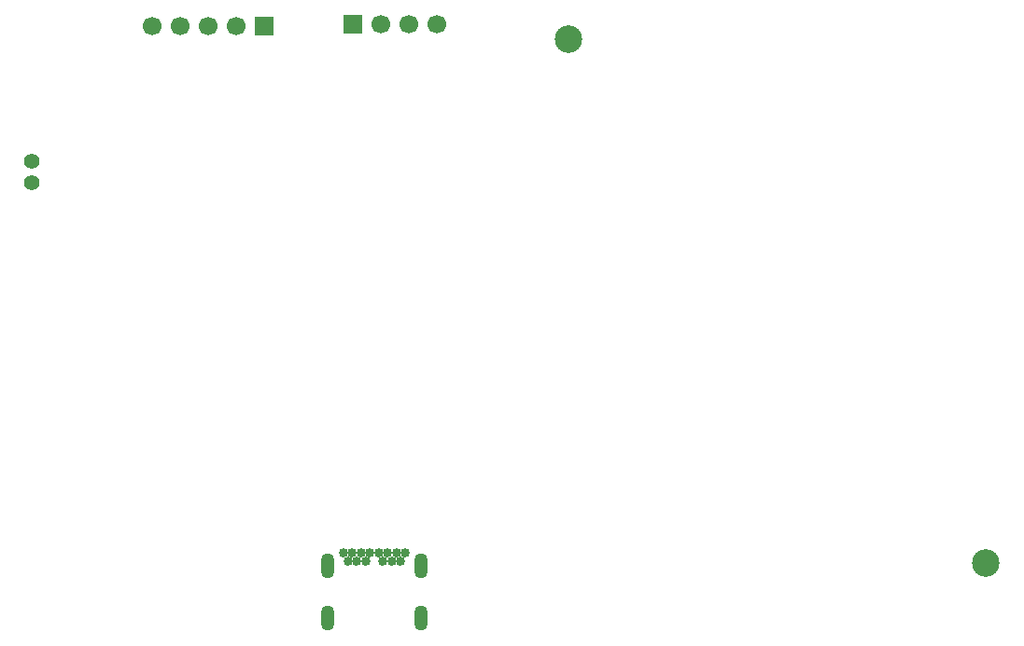
<source format=gbs>
%TF.GenerationSoftware,KiCad,Pcbnew,9.0.2*%
%TF.CreationDate,2025-07-21T02:07:20+05:30*%
%TF.ProjectId,2,322e6b69-6361-4645-9f70-636258585858,rev?*%
%TF.SameCoordinates,Original*%
%TF.FileFunction,Soldermask,Bot*%
%TF.FilePolarity,Negative*%
%FSLAX46Y46*%
G04 Gerber Fmt 4.6, Leading zero omitted, Abs format (unit mm)*
G04 Created by KiCad (PCBNEW 9.0.2) date 2025-07-21 02:07:20*
%MOMM*%
%LPD*%
G01*
G04 APERTURE LIST*
%ADD10C,2.500000*%
%ADD11C,0.854000*%
%ADD12O,1.254000X2.304000*%
%ADD13C,1.700000*%
%ADD14R,1.700000X1.700000*%
%ADD15C,1.412000*%
G04 APERTURE END LIST*
D10*
%TO.C,REF\u002A\u002A*%
X117800000Y-52400000D03*
%TD*%
%TO.C,REF\u002A\u002A*%
X155600000Y-100000000D03*
%TD*%
D11*
%TO.C,J1*%
X102957500Y-99092500D03*
X102557500Y-99802500D03*
X101757500Y-99802500D03*
X101357500Y-99092500D03*
X100957500Y-99802500D03*
X100557500Y-99092500D03*
X99757500Y-99092500D03*
X99357500Y-99802500D03*
X98957500Y-99092500D03*
X98557500Y-99802500D03*
X97757500Y-99802500D03*
X97357500Y-99092500D03*
X102157500Y-99092500D03*
X98157500Y-99092500D03*
D12*
X95887500Y-100242500D03*
X104427500Y-100242500D03*
X95887500Y-104972500D03*
X104427500Y-104972500D03*
%TD*%
D13*
%TO.C,J5*%
X80040000Y-51197500D03*
X82580000Y-51197500D03*
X85120000Y-51197500D03*
X87660000Y-51197500D03*
D14*
X90200000Y-51197500D03*
%TD*%
D13*
%TO.C,J4*%
X105820000Y-51060000D03*
X103280000Y-51060000D03*
X100740000Y-51060000D03*
D14*
X98200000Y-51060000D03*
%TD*%
D15*
%TO.C,MK1*%
X69122500Y-65422500D03*
X69122500Y-63522500D03*
%TD*%
M02*

</source>
